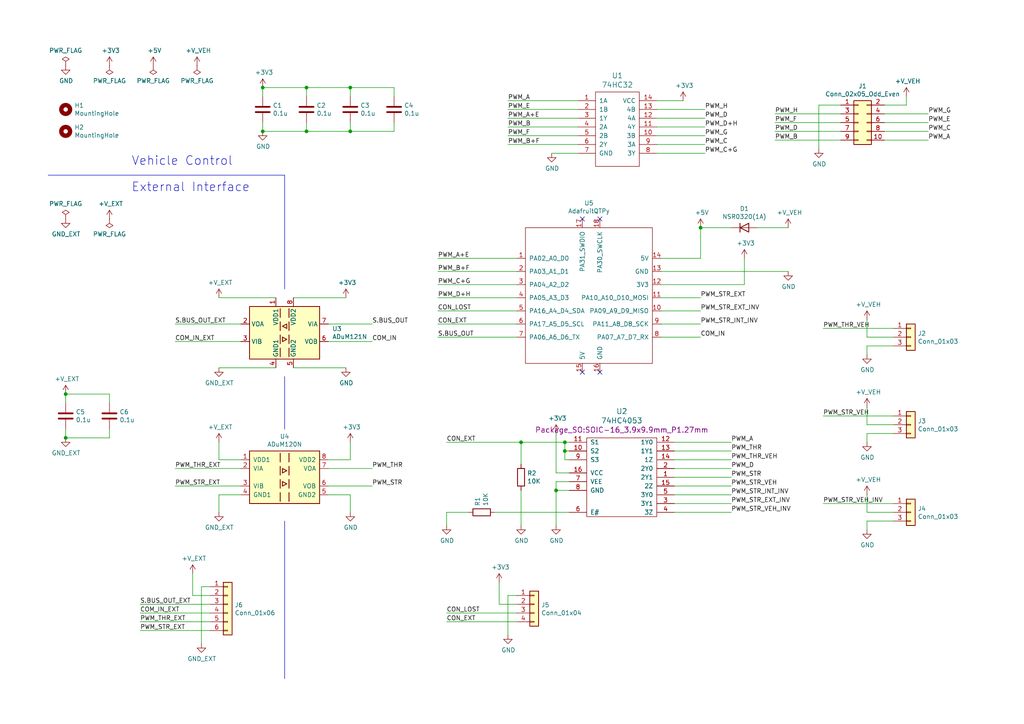
<source format=kicad_sch>
(kicad_sch (version 20230121) (generator eeschema)
  (paper "A4")
  (title_block (title "RC Interface for MR-8") (date "2021-09-30") (rev "1") (company "@tokuhira"))
  (lib_symbols
    (symbol "Connector_Generic:Conn_01x03" (pin_names (offset 1.016) hide)
      (property "Reference" "J" (at 0 5.08 0))
      (property "Value" "Conn_01x03" (at 0 -5.08 0))
      (symbol "Conn_01x03_1_1"
        (rectangle (start -1.27 -2.413) (end 0 -2.667) (stroke (width 0.1524)))
        (rectangle (start -1.27 0.127) (end 0 -0.127) (stroke (width 0.1524)))
        (rectangle (start -1.27 2.667) (end 0 2.413) (stroke (width 0.1524)))
        (rectangle (start -1.27 3.81) (end 1.27 -3.81) (stroke (width 0.254)) (fill (type background)))
        (pin passive line (at -5.08 2.54 0) (length 3.81) (name "Pin_1") (number "1"))
        (pin passive line (at -5.08 0 0) (length 3.81) (name "Pin_2") (number "2"))
        (pin passive line (at -5.08 -2.54 0) (length 3.81) (name "Pin_3") (number "3"))
      )
    )
    (symbol "Connector_Generic:Conn_01x04" (pin_names (offset 1.016) hide)
      (property "Reference" "J" (at 0 5.08 0))
      (property "Value" "Conn_01x04" (at 0 -7.62 0))
      (symbol "Conn_01x04_1_1"
        (rectangle (start -1.27 -4.953) (end 0 -5.207) (stroke (width 0.1524)))
        (rectangle (start -1.27 -2.413) (end 0 -2.667) (stroke (width 0.1524)))
        (rectangle (start -1.27 0.127) (end 0 -0.127) (stroke (width 0.1524)))
        (rectangle (start -1.27 2.667) (end 0 2.413) (stroke (width 0.1524)))
        (rectangle (start -1.27 3.81) (end 1.27 -6.35) (stroke (width 0.254)) (fill (type background)))
        (pin passive line (at -5.08 2.54 0) (length 3.81) (name "Pin_1") (number "1"))
        (pin passive line (at -5.08 0 0) (length 3.81) (name "Pin_2") (number "2"))
        (pin passive line (at -5.08 -2.54 0) (length 3.81) (name "Pin_3") (number "3"))
        (pin passive line (at -5.08 -5.08 0) (length 3.81) (name "Pin_4") (number "4"))
      )
    )
    (symbol "Connector_Generic:Conn_01x06" (pin_names (offset 1.016) hide)
      (property "Reference" "J" (at 0 7.62 0))
      (property "Value" "Conn_01x06" (at 0 -10.16 0))
      (symbol "Conn_01x06_1_1"
        (rectangle (start -1.27 -7.493) (end 0 -7.747) (stroke (width 0.1524)))
        (rectangle (start -1.27 -4.953) (end 0 -5.207) (stroke (width 0.1524)))
        (rectangle (start -1.27 -2.413) (end 0 -2.667) (stroke (width 0.1524)))
        (rectangle (start -1.27 0.127) (end 0 -0.127) (stroke (width 0.1524)))
        (rectangle (start -1.27 2.667) (end 0 2.413) (stroke (width 0.1524)))
        (rectangle (start -1.27 5.207) (end 0 4.953) (stroke (width 0.1524)))
        (rectangle (start -1.27 6.35) (end 1.27 -8.89) (stroke (width 0.254)) (fill (type background)))
        (pin passive line (at -5.08 5.08 0) (length 3.81) (name "Pin_1") (number "1"))
        (pin passive line (at -5.08 2.54 0) (length 3.81) (name "Pin_2") (number "2"))
        (pin passive line (at -5.08 0 0) (length 3.81) (name "Pin_3") (number "3"))
        (pin passive line (at -5.08 -2.54 0) (length 3.81) (name "Pin_4") (number "4"))
        (pin passive line (at -5.08 -5.08 0) (length 3.81) (name "Pin_5") (number "5"))
        (pin passive line (at -5.08 -7.62 0) (length 3.81) (name "Pin_6") (number "6"))
      )
    )
    (symbol "Connector_Generic:Conn_02x05_Odd_Even" (pin_names (offset 1.016) hide)
      (property "Reference" "J" (at 1.27 7.62 0))
      (property "Value" "Conn_02x05_Odd_Even" (at 1.27 -7.62 0))
      (symbol "Conn_02x05_Odd_Even_1_1"
        (rectangle (start -1.27 -4.953) (end 0 -5.207) (stroke (width 0.1524)))
        (rectangle (start -1.27 -2.413) (end 0 -2.667) (stroke (width 0.1524)))
        (rectangle (start -1.27 0.127) (end 0 -0.127) (stroke (width 0.1524)))
        (rectangle (start -1.27 2.667) (end 0 2.413) (stroke (width 0.1524)))
        (rectangle (start -1.27 5.207) (end 0 4.953) (stroke (width 0.1524)))
        (rectangle (start -1.27 6.35) (end 3.81 -6.35) (stroke (width 0.254)) (fill (type background)))
        (rectangle (start 3.81 -4.953) (end 2.54 -5.207) (stroke (width 0.1524)))
        (rectangle (start 3.81 -2.413) (end 2.54 -2.667) (stroke (width 0.1524)))
        (rectangle (start 3.81 0.127) (end 2.54 -0.127) (stroke (width 0.1524)))
        (rectangle (start 3.81 2.667) (end 2.54 2.413) (stroke (width 0.1524)))
        (rectangle (start 3.81 5.207) (end 2.54 4.953) (stroke (width 0.1524)))
        (pin passive line (at -5.08 5.08 0) (length 3.81) (name "Pin_1") (number "1"))
        (pin passive line (at 7.62 -5.08 180) (length 3.81) (name "Pin_10") (number "10"))
        (pin passive line (at 7.62 5.08 180) (length 3.81) (name "Pin_2") (number "2"))
        (pin passive line (at -5.08 2.54 0) (length 3.81) (name "Pin_3") (number "3"))
        (pin passive line (at 7.62 2.54 180) (length 3.81) (name "Pin_4") (number "4"))
        (pin passive line (at -5.08 0 0) (length 3.81) (name "Pin_5") (number "5"))
        (pin passive line (at 7.62 0 180) (length 3.81) (name "Pin_6") (number "6"))
        (pin passive line (at -5.08 -2.54 0) (length 3.81) (name "Pin_7") (number "7"))
        (pin passive line (at 7.62 -2.54 180) (length 3.81) (name "Pin_8") (number "8"))
        (pin passive line (at -5.08 -5.08 0) (length 3.81) (name "Pin_9") (number "9"))
      )
    )
    (symbol "Device:C" (pin_numbers hide) (pin_names (offset 0.254))
      (property "Reference" "C" (at 0.635 2.54 0))
      (property "Value" "C" (at 0.635 -2.54 0))
      (symbol "C_0_1"
        (polyline (pts (xy -2.032 -0.762) (xy 2.032 -0.762)) (stroke (width 0.508)))
        (polyline (pts (xy -2.032 0.762) (xy 2.032 0.762)) (stroke (width 0.508)))
      )
      (symbol "C_1_1"
        (pin passive line (at 0 3.81 270) (length 2.794) (name "~") (number "1"))
        (pin passive line (at 0 -3.81 90) (length 2.794) (name "~") (number "2"))
      )
    )
    (symbol "Device:D" (pin_numbers hide) (pin_names (offset 1.016) hide)
      (property "Reference" "D" (at 0 2.54 0))
      (property "Value" "D" (at 0 -2.54 0))
      (symbol "D_0_1"
        (polyline (pts (xy -1.27 1.27) (xy -1.27 -1.27)) (stroke (width 0.254)))
        (polyline (pts (xy 1.27 0) (xy -1.27 0)))
        (polyline (pts (xy 1.27 1.27) (xy 1.27 -1.27) (xy -1.27 0) (xy 1.27 1.27)) (stroke (width 0.254)))
      )
      (symbol "D_1_1"
        (pin passive line (at -3.81 0 0) (length 2.54) (name "K") (number "1"))
        (pin passive line (at 3.81 0 180) (length 2.54) (name "A") (number "2"))
      )
    )
    (symbol "Device:R" (pin_numbers hide) (pin_names (offset 0))
      (property "Reference" "R" (at 2.032 0 90))
      (property "Value" "R" (at 0 0 90))
      (symbol "R_0_1"
        (rectangle (start -1.016 -2.54) (end 1.016 2.54) (stroke (width 0.254)))
      )
      (symbol "R_1_1"
        (pin passive line (at 0 3.81 270) (length 1.27) (name "~") (number "1"))
        (pin passive line (at 0 -3.81 90) (length 1.27) (name "~") (number "2"))
      )
    )
    (symbol "Isolator:ADuM120N" (pin_names (offset 1.016))
      (property "Reference" "U" (at -10.16 8.89 0))
      (property "Value" "ADuM120N" (at -2.032 8.89 0))
      (symbol "ADuM120N_0_1"
        (rectangle (start -10.16 7.62) (end 10.16 -7.62) (stroke (width 0.254)) (fill (type background)))
        (polyline (pts (xy -1.27 -4.445) (xy -1.27 -6.985)) (stroke (width 0.254)))
        (polyline (pts (xy -1.27 -0.635) (xy -1.27 -3.175)) (stroke (width 0.254)))
        (polyline (pts (xy -1.27 3.175) (xy -1.27 0.635)) (stroke (width 0.254)))
        (polyline (pts (xy -1.27 6.985) (xy -1.27 4.445)) (stroke (width 0.254)))
        (polyline (pts (xy 1.27 -4.445) (xy 1.27 -6.985)) (stroke (width 0.254)))
        (polyline (pts (xy 1.27 -0.635) (xy 1.27 -3.175)) (stroke (width 0.254)))
        (polyline (pts (xy 1.27 3.175) (xy 1.27 0.635)) (stroke (width 0.254)))
        (polyline (pts (xy 1.27 6.985) (xy 1.27 4.445)) (stroke (width 0.254)))
        (polyline (pts (xy -0.635 -1.27) (xy -0.635 -2.54) (xy 0.635 -1.905) (xy -0.635 -1.27)) (stroke (width 0.254)))
        (polyline (pts (xy -0.635 1.27) (xy 0.635 1.905) (xy -0.635 2.54) (xy -0.635 1.27)) (stroke (width 0.254)))
      )
      (symbol "ADuM120N_1_1"
        (pin power_in line (at -12.7 5.08 0) (length 2.54) (name "VDD1") (number "1"))
        (pin input line (at -12.7 2.54 0) (length 2.54) (name "VIA") (number "2"))
        (pin input line (at -12.7 -2.54 0) (length 2.54) (name "VIB") (number "3"))
        (pin power_in line (at -12.7 -5.08 0) (length 2.54) (name "GND1") (number "4"))
        (pin power_in line (at 12.7 -5.08 180) (length 2.54) (name "GND2") (number "5"))
        (pin output line (at 12.7 -2.54 180) (length 2.54) (name "VOB") (number "6"))
        (pin output line (at 12.7 2.54 180) (length 2.54) (name "VOA") (number "7"))
        (pin power_in line (at 12.7 5.08 180) (length 2.54) (name "VDD2") (number "8"))
      )
    )
    (symbol "Isolator:ADuM121N"
      (property "Reference" "U" (at -10.16 8.89 0))
      (property "Value" "ADuM121N" (at 3.81 8.89 0))
      (symbol "ADuM121N_0_1"
        (rectangle (start -10.16 7.62) (end 10.16 -7.62) (stroke (width 0.254)) (fill (type background)))
        (polyline (pts (xy -1.27 -4.445) (xy -1.27 -6.985)) (stroke (width 0.254)))
        (polyline (pts (xy -1.27 -0.635) (xy -1.27 -3.175)) (stroke (width 0.254)))
        (polyline (pts (xy -1.27 3.175) (xy -1.27 0.635)) (stroke (width 0.254)))
        (polyline (pts (xy -1.27 6.985) (xy -1.27 4.445)) (stroke (width 0.254)))
        (polyline (pts (xy 1.27 -4.445) (xy 1.27 -6.985)) (stroke (width 0.254)))
        (polyline (pts (xy 1.27 -0.635) (xy 1.27 -3.175)) (stroke (width 0.254)))
        (polyline (pts (xy 1.27 3.175) (xy 1.27 0.635)) (stroke (width 0.254)))
        (polyline (pts (xy 1.27 6.985) (xy 1.27 4.445)) (stroke (width 0.254)))
        (polyline (pts (xy -0.635 -1.27) (xy -0.635 -2.54) (xy 0.635 -1.905) (xy -0.635 -1.27)) (stroke (width 0.254)))
        (polyline (pts (xy 0.635 1.27) (xy -0.635 1.905) (xy 0.635 2.54) (xy 0.635 1.27)) (stroke (width 0.254)))
      )
      (symbol "ADuM121N_1_1"
        (pin power_in line (at -2.54 10.16 270) (length 2.54) (name "VDD1") (number "1"))
        (pin output line (at -12.7 2.54 0) (length 2.54) (name "VOA") (number "2"))
        (pin input line (at -12.7 -2.54 0) (length 2.54) (name "VIB") (number "3"))
        (pin power_in line (at -2.54 -10.16 90) (length 2.54) (name "GND1") (number "4"))
        (pin power_in line (at 2.54 -10.16 90) (length 2.54) (name "GND2") (number "5"))
        (pin output line (at 12.7 -2.54 180) (length 2.54) (name "VOB") (number "6"))
        (pin input line (at 12.7 2.54 180) (length 2.54) (name "VIA") (number "7"))
        (pin power_in line (at 2.54 10.16 270) (length 2.54) (name "VDD2") (number "8"))
      )
    )
    (symbol "Mechanical:MountingHole" (pin_names (offset 1.016))
      (property "Reference" "H" (at 0 5.08 0))
      (property "Value" "MountingHole" (at 0 3.175 0))
      (symbol "MountingHole_0_1"
        (circle (center 0 0) (radius 1.27) (stroke (width 1.27)))
      )
    )
    (symbol "mr8-iso-mux-sbus-4ws:74HC32" (pin_names (offset 1.016))
      (property "Reference" "U" (at 0 5.08 0))
      (property "Value" "74HC32" (at 0 12.7 0))
      (symbol "74HC32_0_1"
        (rectangle (start -6.35 11.43) (end 6.35 -10.16))
      )
      (symbol "74HC32_1_1"
        (pin input line (at -11.43 8.89 0) (length 5.08) (name "1A") (number "1"))
        (pin input line (at 11.43 -1.27 180) (length 5.08) (name "3B") (number "10"))
        (pin output line (at 11.43 1.27 180) (length 5.08) (name "4Y") (number "11"))
        (pin input line (at 11.43 3.81 180) (length 5.08) (name "4A") (number "12"))
        (pin input line (at 11.43 6.35 180) (length 5.08) (name "4B") (number "13"))
        (pin power_in line (at 11.43 8.89 180) (length 5.08) (name "VCC") (number "14"))
        (pin input line (at -11.43 6.35 0) (length 5.08) (name "1B") (number "2"))
        (pin output line (at -11.43 3.81 0) (length 5.08) (name "1Y") (number "3"))
        (pin input line (at -11.43 1.27 0) (length 5.08) (name "2A") (number "4"))
        (pin input line (at -11.43 -1.27 0) (length 5.08) (name "2B") (number "5"))
        (pin output line (at -11.43 -3.81 0) (length 5.08) (name "2Y") (number "6"))
        (pin passive line (at -11.43 -6.35 0) (length 5.08) (name "GND") (number "7"))
        (pin output line (at 11.43 -6.35 180) (length 5.08) (name "3Y") (number "8"))
        (pin input line (at 11.43 -3.81 180) (length 5.08) (name "3A") (number "9"))
      )
    )
    (symbol "mr8-iso-mux-sbus-4ws:74HC4053" (pin_names (offset 1.016))
      (property "Reference" "U" (at -1.27 19.05 0))
      (property "Value" "74HC4053" (at -1.27 -13.97 0))
      (symbol "74HC4053_0_1"
        (rectangle (start -8.89 15.24) (end 11.43 -7.62))
      )
      (symbol "74HC4053_1_1"
        (pin bidirectional line (at 16.51 3.81 180) (length 5.08) (name "2Y1") (number "1"))
        (pin input line (at -13.97 11.43 0) (length 5.08) (name "S2") (number "10"))
        (pin input line (at -13.97 13.97 0) (length 5.08) (name "S1") (number "11"))
        (pin bidirectional line (at 16.51 13.97 180) (length 5.08) (name "1Y0") (number "12"))
        (pin bidirectional line (at 16.51 11.43 180) (length 5.08) (name "1Y1") (number "13"))
        (pin bidirectional line (at 16.51 8.89 180) (length 5.08) (name "1Z") (number "14"))
        (pin bidirectional line (at 16.51 1.27 180) (length 5.08) (name "2Z") (number "15"))
        (pin power_in line (at -13.97 5.08 0) (length 5.08) (name "VCC") (number "16"))
        (pin bidirectional line (at 16.51 6.35 180) (length 5.08) (name "2Y0") (number "2"))
        (pin bidirectional line (at 16.51 -3.81 180) (length 5.08) (name "3Y1") (number "3"))
        (pin bidirectional line (at 16.51 -6.35 180) (length 5.08) (name "3Z") (number "4"))
        (pin bidirectional line (at 16.51 -1.27 180) (length 5.08) (name "3Y0") (number "5"))
        (pin input line (at -13.97 -6.35 0) (length 5.08) (name "E#") (number "6"))
        (pin power_in line (at -13.97 2.54 0) (length 5.08) (name "VEE") (number "7"))
        (pin power_in line (at -13.97 0 0) (length 5.08) (name "GND") (number "8"))
        (pin input line (at -13.97 8.89 0) (length 5.08) (name "S3") (number "9"))
      )
    )
    (symbol "mr8-iso-mux-sbus-4ws:AdafruitQTPy" (pin_names (offset 1.016))
      (property "Reference" "U" (at -19.05 22.86 0))
      (property "Value" "AdafruitQTPy" (at -12.7 21.59 0))
      (symbol "AdafruitQTPy_0_1"
        (rectangle (start -19.05 20.32) (end 17.78 -19.05))
      )
      (symbol "AdafruitQTPy_1_1"
        (pin input line (at -21.59 11.43 0) (length 2.54) (name "PA02_A0_D0") (number "1"))
        (pin output line (at 20.32 -3.81 180) (length 2.54) (name "PA09_A9_D9_MISO") (number "10"))
        (pin input line (at 20.32 0 180) (length 2.54) (name "PA10_A10_D10_MOSI") (number "11"))
        (pin power_in line (at 20.32 3.81 180) (length 2.54) (name "3V3") (number "12"))
        (pin power_in line (at 20.32 7.62 180) (length 2.54) (name "GND") (number "13"))
        (pin power_in line (at 20.32 11.43 180) (length 2.54) (name "5V") (number "14"))
        (pin power_in line (at -2.54 -21.59 90) (length 2.54) (name "5V") (number "15"))
        (pin power_in line (at 2.54 -21.59 90) (length 2.54) (name "GND") (number "16"))
        (pin input line (at -2.54 22.86 270) (length 2.54) (name "PA31_SWDIO") (number "17"))
        (pin input line (at 2.54 22.86 270) (length 2.54) (name "PA30_SWCLK") (number "18"))
        (pin input line (at -21.59 7.62 0) (length 2.54) (name "PA03_A1_D1") (number "2"))
        (pin input line (at -21.59 3.81 0) (length 2.54) (name "PA04_A2_D2") (number "3"))
        (pin input line (at -21.59 0 0) (length 2.54) (name "PA05_A3_D3") (number "4"))
        (pin output line (at -21.59 -3.81 0) (length 2.54) (name "PA16_A4_D4_SDA") (number "5"))
        (pin output line (at -21.59 -7.62 0) (length 2.54) (name "PA17_A5_D5_SCL") (number "6"))
        (pin output line (at -21.59 -11.43 0) (length 2.54) (name "PA06_A6_D6_TX") (number "7"))
        (pin input line (at 20.32 -11.43 180) (length 2.54) (name "PA07_A7_D7_RX") (number "8"))
        (pin output line (at 20.32 -7.62 180) (length 2.54) (name "PA11_A8_D8_SCK") (number "9"))
      )
    )
    (symbol "mr8-iso-mux-sbus-4ws:GND_EXT" (power) (pin_names (offset 0))
      (property "Value" "GND_EXT" (at 0 -3.81 0))
      (symbol "GND_EXT_0_1"
        (polyline (pts (xy 0 0) (xy 0 -1.27) (xy 1.27 -1.27) (xy 0 -2.54) (xy -1.27 -1.27) (xy 0 -1.27)))
      )
      (symbol "GND_EXT_1_1"
        (pin power_in line (at 0 0 270) (length 0) hide (name "GND_EXT") (number "1"))
      )
    )
    (symbol "mr8-iso-mux-sbus-4ws:V_EXT" (power) (pin_names (offset 0))
      (property "Value" "V_EXT" (at 0 3.556 0))
      (symbol "V_EXT_0_1"
        (polyline (pts (xy -0.762 1.27) (xy 0 2.54)))
        (polyline (pts (xy 0 0) (xy 0 2.54)))
        (polyline (pts (xy 0 2.54) (xy 0.762 1.27)))
      )
      (symbol "V_EXT_1_1"
        (pin power_in line (at 0 0 90) (length 0) hide (name "+V_EXT") (number "1"))
      )
    )
    (symbol "mr8-iso-mux-sbus-4ws:V_VEH(+6V)" (power) (pin_names (offset 0))
      (property "Value" "V_VEH(+6V)" (at 0 3.556 0))
      (symbol "V_VEH(+6V)_0_1"
        (polyline (pts (xy -0.762 1.27) (xy 0 2.54)))
        (polyline (pts (xy 0 0) (xy 0 2.54)))
        (polyline (pts (xy 0 2.54) (xy 0.762 1.27)))
      )
      (symbol "V_VEH(+6V)_1_1"
        (pin power_in line (at 0 0 90) (length 0) hide (name "+V_VEH") (number "1"))
      )
    )
    (symbol "power:+3V3" (power) (pin_names (offset 0))
      (property "Value" "+3V3" (at 0 3.556 0))
      (symbol "+3V3_0_1"
        (polyline (pts (xy -0.762 1.27) (xy 0 2.54)))
        (polyline (pts (xy 0 0) (xy 0 2.54)))
        (polyline (pts (xy 0 2.54) (xy 0.762 1.27)))
      )
      (symbol "+3V3_1_1"
        (pin power_in line (at 0 0 90) (length 0) hide (name "+3V3") (number "1"))
      )
    )
    (symbol "power:+5V" (power) (pin_names (offset 0))
      (property "Value" "+5V" (at 0 3.556 0))
      (symbol "+5V_0_1"
        (polyline (pts (xy -0.762 1.27) (xy 0 2.54)))
        (polyline (pts (xy 0 0) (xy 0 2.54)))
        (polyline (pts (xy 0 2.54) (xy 0.762 1.27)))
      )
      (symbol "+5V_1_1"
        (pin power_in line (at 0 0 90) (length 0) hide (name "+5V") (number "1"))
      )
    )
    (symbol "power:GND" (power) (pin_names (offset 0))
      (property "Value" "GND" (at 0 -3.81 0))
      (symbol "GND_0_1"
        (polyline (pts (xy 0 0) (xy 0 -1.27) (xy 1.27 -1.27) (xy 0 -2.54) (xy -1.27 -1.27) (xy 0 -1.27)))
      )
      (symbol "GND_1_1"
        (pin power_in line (at 0 0 270) (length 0) hide (name "GND") (number "1"))
      )
    )
    (symbol "power:PWR_FLAG" (power) (pin_numbers hide) (pin_names (offset 0) hide)
      (property "Value" "PWR_FLAG" (at 0 3.81 0))
      (symbol "PWR_FLAG_0_0"
        (pin power_out line (at 0 0 90) (length 0) (name "pwr") (number "1"))
      )
      (symbol "PWR_FLAG_0_1"
        (polyline (pts (xy 0 0) (xy 0 1.27) (xy -1.016 1.905) (xy 0 2.54) (xy 1.016 1.905) (xy 0 1.27)))
      )
    )
  )
  (junction (at 76.2 38.1))
  (junction (at 163.83 130.81))
  (junction (at 88.9 25.4))
  (junction (at 101.6 38.1))
  (junction (at 88.9 38.1))
  (junction (at 203.2 66.04))
  (junction (at 76.2 25.4))
  (junction (at 151.13 128.27))
  (junction (at 19.05 127))
  (junction (at 101.6 25.4))
  (junction (at 161.29 142.24))
  (junction (at 19.05 114.3))
  (junction (at 163.83 128.27))
  (no_connect (at 168.91 63.5))
  (no_connect (at 168.91 107.95))
  (no_connect (at 173.99 63.5))
  (no_connect (at 173.99 107.95))
  (wire (pts (xy 228.6 66.04) (xy 219.71 66.04)))
  (wire (pts (xy 256.54 38.1) (xy 269.24 38.1)))
  (wire (pts (xy 212.09 66.04) (xy 203.2 66.04)))
  (wire (pts (xy 262.89 30.48) (xy 262.89 27.94)))
  (wire (pts (xy 127 93.98) (xy 149.86 93.98)))
  (wire (pts (xy 80.01 106.68) (xy 63.5 106.68)))
  (wire (pts (xy 147.32 31.75) (xy 167.64 31.75)))
  (wire (pts (xy 127 86.36) (xy 149.86 86.36)))
  (wire (pts (xy 63.5 133.35) (xy 69.85 133.35)))
  (wire (pts (xy 60.96 170.18) (xy 58.42 170.18)))
  (wire (pts (xy 31.75 116.84) (xy 31.75 114.3)))
  (wire (pts (xy 76.2 38.1) (xy 88.9 38.1)))
  (wire (pts (xy 80.01 86.36) (xy 63.5 86.36)))
  (wire (pts (xy 101.6 143.51) (xy 101.6 148.59)))
  (wire (pts (xy 198.12 29.21) (xy 190.5 29.21)))
  (wire (pts (xy 76.2 25.4) (xy 76.2 27.94)))
  (wire (pts (xy 259.08 120.65) (xy 238.76 120.65)))
  (wire (pts (xy 114.3 27.94) (xy 114.3 25.4)))
  (wire (pts (xy 147.32 172.72) (xy 147.32 184.15)))
  (wire (pts (xy 204.47 31.75) (xy 190.5 31.75)))
  (wire (pts (xy 88.9 35.56) (xy 88.9 38.1)))
  (wire (pts (xy 191.77 74.93) (xy 203.2 74.93)))
  (wire (pts (xy 204.47 34.29) (xy 190.5 34.29)))
  (wire (pts (xy 85.09 86.36) (xy 100.33 86.36)))
  (wire (pts (xy 251.46 151.13) (xy 251.46 153.67)))
  (wire (pts (xy 163.83 128.27) (xy 165.1 128.27)))
  (wire (pts (xy 63.5 143.51) (xy 63.5 148.59)))
  (wire (pts (xy 212.09 148.59) (xy 195.58 148.59)))
  (wire (pts (xy 259.08 151.13) (xy 251.46 151.13)))
  (wire (pts (xy 76.2 35.56) (xy 76.2 38.1)))
  (wire (pts (xy 88.9 25.4) (xy 101.6 25.4)))
  (wire (pts (xy 191.77 86.36) (xy 203.2 86.36)))
  (wire (pts (xy 251.46 148.59) (xy 251.46 143.51)))
  (wire (pts (xy 69.85 140.97) (xy 50.8 140.97)))
  (wire (pts (xy 50.8 99.06) (xy 69.85 99.06)))
  (wire (pts (xy 19.05 114.3) (xy 31.75 114.3)))
  (wire (pts (xy 163.83 130.81) (xy 163.83 128.27)))
  (wire (pts (xy 144.78 175.26) (xy 144.78 168.91)))
  (wire (pts (xy 127 74.93) (xy 149.86 74.93)))
  (wire (pts (xy 212.09 133.35) (xy 195.58 133.35)))
  (wire (pts (xy 165.1 142.24) (xy 161.29 142.24)))
  (wire (pts (xy 212.09 140.97) (xy 195.58 140.97)))
  (wire (pts (xy 147.32 29.21) (xy 167.64 29.21)))
  (wire (pts (xy 165.1 130.81) (xy 163.83 130.81)))
  (wire (pts (xy 101.6 133.35) (xy 101.6 128.27)))
  (wire (pts (xy 151.13 142.24) (xy 151.13 152.4)))
  (wire (pts (xy 212.09 130.81) (xy 195.58 130.81)))
  (wire (pts (xy 256.54 30.48) (xy 262.89 30.48)))
  (wire (pts (xy 107.95 99.06) (xy 95.25 99.06)))
  (wire (pts (xy 204.47 39.37) (xy 190.5 39.37)))
  (wire (pts (xy 195.58 146.05) (xy 212.09 146.05)))
  (wire (pts (xy 259.08 123.19) (xy 251.46 123.19)))
  (wire (pts (xy 251.46 100.33) (xy 251.46 102.87)))
  (wire (pts (xy 95.25 143.51) (xy 101.6 143.51)))
  (wire (pts (xy 101.6 38.1) (xy 114.3 38.1)))
  (wire (pts (xy 259.08 146.05) (xy 238.76 146.05)))
  (wire (pts (xy 212.09 128.27) (xy 195.58 128.27)))
  (wire (pts (xy 127 97.79) (xy 149.86 97.79)))
  (wire (pts (xy 251.46 97.79) (xy 251.46 92.71)))
  (polyline (pts (xy 82.55 109.22) (xy 82.55 124.46)))
  (wire (pts (xy 69.85 143.51) (xy 63.5 143.51)))
  (wire (pts (xy 76.2 25.4) (xy 88.9 25.4)))
  (polyline (pts (xy 82.55 151.13) (xy 82.55 196.85)))
  (wire (pts (xy 107.95 135.89) (xy 95.25 135.89)))
  (wire (pts (xy 256.54 33.02) (xy 269.24 33.02)))
  (wire (pts (xy 50.8 93.98) (xy 69.85 93.98)))
  (wire (pts (xy 147.32 39.37) (xy 167.64 39.37)))
  (wire (pts (xy 88.9 38.1) (xy 101.6 38.1)))
  (wire (pts (xy 243.84 38.1) (xy 224.79 38.1)))
  (wire (pts (xy 259.08 97.79) (xy 251.46 97.79)))
  (wire (pts (xy 101.6 35.56) (xy 101.6 38.1)))
  (wire (pts (xy 191.77 90.17) (xy 203.2 90.17)))
  (wire (pts (xy 259.08 148.59) (xy 251.46 148.59)))
  (wire (pts (xy 31.75 124.46) (xy 31.75 127)))
  (wire (pts (xy 60.96 172.72) (xy 55.88 172.72)))
  (wire (pts (xy 19.05 114.3) (xy 19.05 116.84)))
  (wire (pts (xy 135.89 148.59) (xy 129.54 148.59)))
  (wire (pts (xy 101.6 25.4) (xy 114.3 25.4)))
  (wire (pts (xy 251.46 123.19) (xy 251.46 118.11)))
  (wire (pts (xy 215.9 82.55) (xy 215.9 74.93)))
  (wire (pts (xy 259.08 125.73) (xy 251.46 125.73)))
  (wire (pts (xy 149.86 175.26) (xy 144.78 175.26)))
  (wire (pts (xy 243.84 40.64) (xy 224.79 40.64)))
  (wire (pts (xy 95.25 133.35) (xy 101.6 133.35)))
  (wire (pts (xy 85.09 106.68) (xy 100.33 106.68)))
  (wire (pts (xy 256.54 35.56) (xy 269.24 35.56)))
  (wire (pts (xy 191.77 97.79) (xy 203.2 97.79)))
  (wire (pts (xy 129.54 128.27) (xy 151.13 128.27)))
  (wire (pts (xy 203.2 74.93) (xy 203.2 66.04)))
  (wire (pts (xy 243.84 33.02) (xy 224.79 33.02)))
  (wire (pts (xy 204.47 41.91) (xy 190.5 41.91)))
  (wire (pts (xy 60.96 182.88) (xy 40.64 182.88)))
  (wire (pts (xy 165.1 133.35) (xy 163.83 133.35)))
  (wire (pts (xy 114.3 35.56) (xy 114.3 38.1)))
  (wire (pts (xy 165.1 148.59) (xy 143.51 148.59)))
  (wire (pts (xy 212.09 135.89) (xy 195.58 135.89)))
  (wire (pts (xy 151.13 128.27) (xy 163.83 128.27)))
  (wire (pts (xy 127 78.74) (xy 149.86 78.74)))
  (wire (pts (xy 147.32 41.91) (xy 167.64 41.91)))
  (wire (pts (xy 88.9 27.94) (xy 88.9 25.4)))
  (wire (pts (xy 204.47 44.45) (xy 190.5 44.45)))
  (polyline (pts (xy 82.55 50.8) (xy 82.55 83.82)))
  (wire (pts (xy 40.64 177.8) (xy 60.96 177.8)))
  (wire (pts (xy 165.1 137.16) (xy 161.29 137.16)))
  (wire (pts (xy 19.05 124.46) (xy 19.05 127)))
  (wire (pts (xy 161.29 139.7) (xy 161.29 142.24)))
  (wire (pts (xy 58.42 170.18) (xy 58.42 186.69)))
  (wire (pts (xy 107.95 140.97) (xy 95.25 140.97)))
  (wire (pts (xy 191.77 82.55) (xy 215.9 82.55)))
  (wire (pts (xy 161.29 142.24) (xy 161.29 152.4)))
  (wire (pts (xy 161.29 137.16) (xy 161.29 125.73)))
  (wire (pts (xy 228.6 78.74) (xy 191.77 78.74)))
  (wire (pts (xy 191.77 93.98) (xy 203.2 93.98)))
  (wire (pts (xy 19.05 127) (xy 31.75 127)))
  (wire (pts (xy 147.32 36.83) (xy 167.64 36.83)))
  (wire (pts (xy 129.54 177.8) (xy 149.86 177.8)))
  (polyline (pts (xy 13.97 50.8) (xy 82.55 50.8)))
  (wire (pts (xy 127 82.55) (xy 149.86 82.55)))
  (wire (pts (xy 127 90.17) (xy 149.86 90.17)))
  (wire (pts (xy 195.58 138.43) (xy 212.09 138.43)))
  (wire (pts (xy 163.83 133.35) (xy 163.83 130.81)))
  (wire (pts (xy 107.95 93.98) (xy 95.25 93.98)))
  (wire (pts (xy 129.54 148.59) (xy 129.54 152.4)))
  (wire (pts (xy 256.54 40.64) (xy 269.24 40.64)))
  (wire (pts (xy 165.1 139.7) (xy 161.29 139.7)))
  (wire (pts (xy 129.54 180.34) (xy 149.86 180.34)))
  (wire (pts (xy 259.08 95.25) (xy 238.76 95.25)))
  (wire (pts (xy 55.88 172.72) (xy 55.88 166.37)))
  (wire (pts (xy 63.5 128.27) (xy 63.5 133.35)))
  (wire (pts (xy 60.96 180.34) (xy 40.64 180.34)))
  (wire (pts (xy 40.64 175.26) (xy 60.96 175.26)))
  (wire (pts (xy 149.86 172.72) (xy 147.32 172.72)))
  (wire (pts (xy 243.84 30.48) (xy 237.49 30.48)))
  (wire (pts (xy 160.02 44.45) (xy 167.64 44.45)))
  (wire (pts (xy 224.79 35.56) (xy 243.84 35.56)))
  (wire (pts (xy 251.46 125.73) (xy 251.46 128.27)))
  (wire (pts (xy 69.85 135.89) (xy 50.8 135.89)))
  (wire (pts (xy 151.13 134.62) (xy 151.13 128.27)))
  (wire (pts (xy 147.32 34.29) (xy 167.64 34.29)))
  (wire (pts (xy 101.6 27.94) (xy 101.6 25.4)))
  (wire (pts (xy 237.49 30.48) (xy 237.49 43.18)))
  (wire (pts (xy 195.58 143.51) (xy 212.09 143.51)))
  (wire (pts (xy 204.47 36.83) (xy 190.5 36.83)))
  (wire (pts (xy 259.08 100.33) (xy 251.46 100.33)))
  (text "Vehicle Control" (at 38.1 48.26 0) (effects (font (size 2.54 2.54)) (justify left bottom)))
  (text "External Interface" (at 38.1 55.88 0) (effects (font (size 2.54 2.54)) (justify left bottom)))
  (label "COM_IN_EXT" (at 40.64 177.8 0))
  (label "S.BUS_OUT_EXT" (at 50.8 93.98 0))
  (label "PWM_STR_VEH" (at 238.76 120.65 0))
  (label "CON_EXT" (at 129.54 128.27 0))
  (label "PWM_H" (at 224.79 33.02 0))
  (label "PWM_D+H" (at 204.47 36.83 0))
  (label "PWM_D" (at 212.09 135.89 0))
  (label "PWM_D" (at 224.79 38.1 0))
  (label "PWM_G" (at 269.24 33.02 0))
  (label "PWM_STR_VEH_INV" (at 212.09 148.59 0))
  (label "PWM_E" (at 269.24 35.56 0))
  (label "PWM_STR_INT_INV" (at 212.09 143.51 0))
  (label "PWM_STR_EXT_INV" (at 212.09 146.05 0))
  (label "PWM_D" (at 204.47 34.29 0))
  (label "PWM_STR_EXT" (at 40.64 182.88 0))
  (label "PWM_STR_VEH_INV" (at 238.76 146.05 0))
  (label "PWM_C" (at 204.47 41.91 0))
  (label "PWM_STR_EXT" (at 50.8 140.97 0))
  (label "PWM_B+F" (at 127 78.74 0))
  (label "PWM_STR_INT_INV" (at 203.2 93.98 0))
  (label "CON_LOST" (at 129.54 177.8 0))
  (label "PWM_G" (at 204.47 39.37 0))
  (label "PWM_STR_EXT_INV" (at 203.2 90.17 0))
  (label "PWM_C+G" (at 127 82.55 0))
  (label "COM_IN" (at 107.95 99.06 0))
  (label "PWM_STR" (at 212.09 138.43 0))
  (label "PWM_THR" (at 107.95 135.89 0))
  (label "PWM_A" (at 212.09 128.27 0))
  (label "PWM_A" (at 147.32 29.21 0))
  (label "PWM_C+G" (at 204.47 44.45 0))
  (label "PWM_THR_VEH" (at 212.09 133.35 0))
  (label "S.BUS_OUT" (at 107.95 93.98 0))
  (label "PWM_STR" (at 107.95 140.97 0))
  (label "S.BUS_OUT_EXT" (at 40.64 175.26 0))
  (label "PWM_A" (at 269.24 40.64 0))
  (label "PWM_THR_EXT" (at 50.8 135.89 0))
  (label "PWM_F" (at 147.32 39.37 0))
  (label "PWM_A+E" (at 127 74.93 0))
  (label "PWM_THR" (at 212.09 130.81 0))
  (label "COM_IN_EXT" (at 50.8 99.06 0))
  (label "CON_EXT" (at 127 93.98 0))
  (label "PWM_THR_VEH" (at 238.76 95.25 0))
  (label "PWM_C" (at 269.24 38.1 0))
  (label "PWM_D+H" (at 127 86.36 0))
  (label "PWM_H" (at 204.47 31.75 0))
  (label "COM_IN" (at 203.2 97.79 0))
  (label "PWM_B" (at 224.79 40.64 0))
  (label "PWM_E" (at 147.32 31.75 0))
  (label "PWM_B" (at 147.32 36.83 0))
  (label "PWM_STR_VEH" (at 212.09 140.97 0))
  (label "PWM_F" (at 224.79 35.56 0))
  (label "PWM_B+F" (at 147.32 41.91 0))
  (label "PWM_A+E" (at 147.32 34.29 0))
  (label "PWM_THR_EXT" (at 40.64 180.34 0))
  (label "CON_EXT" (at 129.54 180.34 0))
  (label "S.BUS_OUT" (at 127 97.79 0))
  (label "CON_LOST" (at 127 90.17 0))
  (label "PWM_STR_EXT" (at 203.2 86.36 0))
  (symbol (lib_id "mr8-iso-mux-sbus-4ws:AdafruitQTPy") (at 171.45 86.36 0) (unit 1)
    (property "Reference" "U5" (at 170.815 58.9026 0))
    (property "Value" "AdafruitQTPy" (at 170.815 61.214 0))
    (property "Footprint" "mr8-iso-mux-sbus-4ws:AdafruitQTPy-MOUDLE14P-2.54-21X17.8MM" (effects hide))
  )
  (symbol (lib_id "power:+3V3") (at 215.9 74.93 0) (unit 1)
    (property "Reference" "#PWR09" (effects hide))
    (property "Value" "+3V3" (at 216.281 70.5358 0))
  )
  (symbol (lib_id "power:GND") (at 19.05 19.05 0) (unit 1)
    (property "Reference" "#PWR01" (effects hide))
    (property "Value" "GND" (at 19.177 23.4442 0))
  )
  (symbol (lib_id "mr8-iso-mux-sbus-4ws:GND_EXT") (at 19.05 63.5 0) (unit 1)
    (property "Reference" "#PWR02" (effects hide))
    (property "Value" "GND_EXT" (at 19.177 67.8942 0))
  )
  (symbol (lib_id "mr8-iso-mux-sbus-4ws:V_EXT") (at 31.75 63.5 0) (unit 1)
    (property "Reference" "#PWR04" (effects hide))
    (property "Value" "V_EXT" (at 32.131 59.1058 0))
  )
  (symbol (lib_id "power:PWR_FLAG") (at 19.05 19.05 0) (unit 1)
    (property "Reference" "#FLG01" (effects hide))
    (property "Value" "PWR_FLAG" (at 19.05 14.6558 0))
  )
  (symbol (lib_id "power:PWR_FLAG") (at 31.75 19.05 180) (unit 1)
    (property "Reference" "#FLG03" (effects hide))
    (property "Value" "PWR_FLAG" (at 31.75 23.4442 0))
  )
  (symbol (lib_id "power:PWR_FLAG") (at 44.45 19.05 180) (unit 1)
    (property "Reference" "#FLG05" (effects hide))
    (property "Value" "PWR_FLAG" (at 44.45 23.4442 0))
  )
  (symbol (lib_id "power:PWR_FLAG") (at 57.15 19.05 180) (unit 1)
    (property "Reference" "#FLG06" (effects hide))
    (property "Value" "PWR_FLAG" (at 57.15 23.4442 0))
  )
  (symbol (lib_id "power:PWR_FLAG") (at 31.75 63.5 180) (unit 1)
    (property "Reference" "#FLG04" (effects hide))
    (property "Value" "PWR_FLAG" (at 31.75 67.8942 0))
  )
  (symbol (lib_id "power:PWR_FLAG") (at 19.05 63.5 0) (unit 1)
    (property "Reference" "#FLG02" (effects hide))
    (property "Value" "PWR_FLAG" (at 19.05 59.1058 0))
  )
  (symbol (lib_id "power:GND") (at 228.6 78.74 0) (unit 1)
    (property "Reference" "#PWR011" (effects hide))
    (property "Value" "GND" (at 228.727 83.1342 0))
  )
  (symbol (lib_id "power:+5V") (at 203.2 66.04 0) (unit 1)
    (property "Reference" "#PWR07" (effects hide))
    (property "Value" "+5V" (at 203.581 61.6458 0))
  )
  (symbol (lib_id "mr8-iso-mux-sbus-4ws:V_VEH(+6V)") (at 228.6 66.04 0) (unit 1)
    (property "Reference" "#PWR010" (effects hide))
    (property "Value" "V_VEH(+6V)" (at 228.981 61.6458 0))
  )
  (symbol (lib_id "Device:D") (at 215.9 66.04 0) (unit 1)
    (property "Reference" "D1" (at 215.9 60.5282 0))
    (property "Value" "NSR0320(1A)" (at 215.9 62.8396 0))
    (property "Footprint" "Diode_SMD:D_SOD-323_HandSoldering" (effects hide))
  )
  (symbol (lib_id "mr8-iso-mux-sbus-4ws:V_VEH(+6V)") (at 57.15 19.05 0) (unit 1)
    (property "Reference" "#PWR0101" (effects hide))
    (property "Value" "V_VEH(+6V)" (at 57.531 14.6558 0))
  )
  (symbol (lib_id "power:+3V3") (at 31.75 19.05 0) (unit 1)
    (property "Reference" "#PWR0102" (effects hide))
    (property "Value" "+3V3" (at 32.131 14.6558 0))
  )
  (symbol (lib_id "power:+5V") (at 44.45 19.05 0) (unit 1)
    (property "Reference" "#PWR0103" (effects hide))
    (property "Value" "+5V" (at 44.831 14.6558 0))
  )
  (symbol (lib_id "Connector_Generic:Conn_01x03") (at 264.16 97.79 0) (unit 1)
    (property "Reference" "J2" (at 266.192 96.7232 0) (effects (justify left)))
    (property "Value" "Conn_01x03" (at 266.192 99.0346 0) (effects (justify left)))
    (property "Footprint" "Connector_PinHeader_2.54mm:PinHeader_1x03_P2.54mm_Vertical" (effects hide))
  )
  (symbol (lib_id "power:GND") (at 251.46 102.87 0) (unit 1)
    (property "Reference" "#PWR019" (effects hide))
    (property "Value" "GND" (at 251.587 107.2642 0))
  )
  (symbol (lib_id "mr8-iso-mux-sbus-4ws:V_VEH(+6V)") (at 251.46 92.71 0) (unit 1)
    (property "Reference" "#PWR018" (effects hide))
    (property "Value" "V_VEH(+6V)" (at 251.841 88.3158 0))
  )
  (symbol (lib_id "Connector_Generic:Conn_01x03") (at 264.16 123.19 0) (unit 1)
    (property "Reference" "J3" (at 266.192 122.1232 0) (effects (justify left)))
    (property "Value" "Conn_01x03" (at 266.192 124.4346 0) (effects (justify left)))
    (property "Footprint" "Connector_PinHeader_2.54mm:PinHeader_1x03_P2.54mm_Vertical" (effects hide))
  )
  (symbol (lib_id "power:GND") (at 251.46 128.27 0) (unit 1)
    (property "Reference" "#PWR021" (effects hide))
    (property "Value" "GND" (at 251.587 132.6642 0))
  )
  (symbol (lib_id "mr8-iso-mux-sbus-4ws:V_VEH(+6V)") (at 251.46 118.11 0) (unit 1)
    (property "Reference" "#PWR020" (effects hide))
    (property "Value" "V_VEH(+6V)" (at 251.841 113.7158 0))
  )
  (symbol (lib_id "Connector_Generic:Conn_01x03") (at 264.16 148.59 0) (unit 1)
    (property "Reference" "J4" (at 266.192 147.5232 0) (effects (justify left)))
    (property "Value" "Conn_01x03" (at 266.192 149.8346 0) (effects (justify left)))
    (property "Footprint" "Connector_PinHeader_2.54mm:PinHeader_1x03_P2.54mm_Vertical" (effects hide))
  )
  (symbol (lib_id "power:GND") (at 251.46 153.67 0) (unit 1)
    (property "Reference" "#PWR023" (effects hide))
    (property "Value" "GND" (at 251.587 158.0642 0))
  )
  (symbol (lib_id "mr8-iso-mux-sbus-4ws:V_VEH(+6V)") (at 251.46 143.51 0) (unit 1)
    (property "Reference" "#PWR022" (effects hide))
    (property "Value" "V_VEH(+6V)" (at 251.841 139.1158 0))
  )
  (symbol (lib_id "mr8-iso-mux-sbus-4ws:74HC32") (at 179.07 38.1 0) (unit 1)
    (property "Reference" "U1" (at 179.07 21.9202 0) (effects (font (size 1.524 1.524))))
    (property "Value" "74HC32" (at 179.07 24.6126 0) (effects (font (size 1.524 1.524))))
    (property "Footprint" "Package_SO:SOIC-14_3.9x8.7mm_P1.27mm" (effects hide))
  )
  (symbol (lib_id "power:GND") (at 160.02 44.45 0) (unit 1)
    (property "Reference" "#PWR03" (effects hide))
    (property "Value" "GND" (at 160.147 48.8442 0))
  )
  (symbol (lib_id "power:+3V3") (at 198.12 29.21 0) (unit 1)
    (property "Reference" "#PWR05" (effects hide))
    (property "Value" "+3V3" (at 198.501 24.8158 0))
  )
  (symbol (lib_id "mr8-iso-mux-sbus-4ws:74HC4053") (at 179.07 142.24 0) (unit 1)
    (property "Reference" "U2" (at 180.34 119.3038 0) (effects (font (size 1.524 1.524))))
    (property "Value" "74HC4053" (at 180.34 121.9962 0) (effects (font (size 1.524 1.524))))
    (property "Footprint" "Package_SO:SOIC-16_3.9x9.9mm_P1.27mm" (at 180.34 124.6886 0) (effects (font (size 1.524 1.524))))
  )
  (symbol (lib_id "power:GND") (at 161.29 152.4 0) (unit 1)
    (property "Reference" "#PWR014" (effects hide))
    (property "Value" "GND" (at 161.417 156.7942 0))
  )
  (symbol (lib_id "power:+3V3") (at 161.29 125.73 0) (unit 1)
    (property "Reference" "#PWR013" (effects hide))
    (property "Value" "+3V3" (at 161.671 121.3358 0))
  )
  (symbol (lib_id "Isolator:ADuM120N") (at 82.55 138.43 0) (unit 1)
    (property "Reference" "U4" (at 82.55 126.5682 0))
    (property "Value" "ADuM120N" (at 82.55 128.8796 0))
    (property "Footprint" "Package_SO:SOIC-8_3.9x4.9mm_P1.27mm" (effects hide))
    (property "Datasheet" "https://www.analog.com/media/en/technical-documentation/data-sheets/ADuM120N_121N.pdf" (effects hide))
  )
  (symbol (lib_id "Isolator:ADuM121N") (at 82.55 96.52 0) (unit 1)
    (property "Reference" "U3" (at 96.3676 95.3516 0) (effects (justify left)))
    (property "Value" "ADuM121N" (at 96.3676 97.663 0) (effects (justify left)))
    (property "Footprint" "Package_SO:SOIC-8_3.9x4.9mm_P1.27mm" (effects hide))
    (property "Datasheet" "https://www.analog.com/media/en/technical-documentation/data-sheets/ADuM120N_121N.pdf" (effects hide))
  )
  (symbol (lib_id "power:+3V3") (at 100.33 86.36 0) (unit 1)
    (property "Reference" "#PWR024" (effects hide))
    (property "Value" "+3V3" (at 100.711 81.9658 0))
  )
  (symbol (lib_id "power:+3V3") (at 101.6 128.27 0) (unit 1)
    (property "Reference" "#PWR026" (effects hide))
    (property "Value" "+3V3" (at 101.981 123.8758 0))
  )
  (symbol (lib_id "Device:R") (at 151.13 138.43 0) (unit 1)
    (property "Reference" "R2" (at 152.908 137.2616 0) (effects (justify left)))
    (property "Value" "10K" (at 152.908 139.573 0) (effects (justify left)))
    (property "Footprint" "Resistor_SMD:R_0603_1608Metric_Pad0.98x0.95mm_HandSolder" (effects hide))
  )
  (symbol (lib_id "Device:R") (at 139.7 148.59 90) (unit 1)
    (property "Reference" "R1" (at 138.5316 146.812 0) (effects (justify left)))
    (property "Value" "10K" (at 140.843 146.812 0) (effects (justify left)))
    (property "Footprint" "Resistor_SMD:R_0603_1608Metric_Pad0.98x0.95mm_HandSolder" (effects hide))
  )
  (symbol (lib_id "power:GND") (at 151.13 152.4 0) (unit 1)
    (property "Reference" "#PWR012" (effects hide))
    (property "Value" "GND" (at 151.257 156.7942 0))
  )
  (symbol (lib_id "power:GND") (at 100.33 106.68 0) (unit 1)
    (property "Reference" "#PWR025" (effects hide))
    (property "Value" "GND" (at 100.457 111.0742 0))
  )
  (symbol (lib_id "power:GND") (at 101.6 148.59 0) (unit 1)
    (property "Reference" "#PWR027" (effects hide))
    (property "Value" "GND" (at 101.727 152.9842 0))
  )
  (symbol (lib_id "mr8-iso-mux-sbus-4ws:V_EXT") (at 63.5 86.36 0) (unit 1)
    (property "Reference" "#PWR028" (effects hide))
    (property "Value" "V_EXT" (at 63.881 81.9658 0))
  )
  (symbol (lib_id "mr8-iso-mux-sbus-4ws:V_EXT") (at 63.5 128.27 0) (unit 1)
    (property "Reference" "#PWR030" (effects hide))
    (property "Value" "V_EXT" (at 63.881 123.8758 0))
  )
  (symbol (lib_id "mr8-iso-mux-sbus-4ws:GND_EXT") (at 63.5 106.68 0) (unit 1)
    (property "Reference" "#PWR029" (effects hide))
    (property "Value" "GND_EXT" (at 63.627 111.0742 0))
  )
  (symbol (lib_id "mr8-iso-mux-sbus-4ws:GND_EXT") (at 63.5 148.59 0) (unit 1)
    (property "Reference" "#PWR031" (effects hide))
    (property "Value" "GND_EXT" (at 63.627 152.9842 0))
  )
  (symbol (lib_id "power:GND") (at 129.54 152.4 0) (unit 1)
    (property "Reference" "#PWR0106" (effects hide))
    (property "Value" "GND" (at 129.667 156.7942 0))
  )
  (symbol (lib_id "power:+3V3") (at 76.2 25.4 0) (unit 1)
    (property "Reference" "#PWR08" (effects hide))
    (property "Value" "+3V3" (at 76.581 21.0058 0))
  )
  (symbol (lib_id "power:GND") (at 76.2 38.1 0) (unit 1)
    (property "Reference" "#PWR015" (effects hide))
    (property "Value" "GND" (at 76.327 42.4942 0))
  )
  (symbol (lib_id "Device:C") (at 76.2 31.75 0) (unit 1)
    (property "Reference" "C1" (at 79.121 30.5816 0) (effects (justify left)))
    (property "Value" "0.1u" (at 79.121 32.893 0) (effects (justify left)))
    (property "Footprint" "Capacitor_SMD:C_0603_1608Metric_Pad1.08x0.95mm_HandSolder" (effects hide))
  )
  (symbol (lib_id "Device:C") (at 88.9 31.75 0) (unit 1)
    (property "Reference" "C2" (at 91.821 30.5816 0) (effects (justify left)))
    (property "Value" "0.1u" (at 91.821 32.893 0) (effects (justify left)))
    (property "Footprint" "Capacitor_SMD:C_0603_1608Metric_Pad1.08x0.95mm_HandSolder" (effects hide))
  )
  (symbol (lib_id "Device:C") (at 101.6 31.75 0) (unit 1)
    (property "Reference" "C3" (at 104.521 30.5816 0) (effects (justify left)))
    (property "Value" "0.1u" (at 104.521 32.893 0) (effects (justify left)))
    (property "Footprint" "Capacitor_SMD:C_0603_1608Metric_Pad1.08x0.95mm_HandSolder" (effects hide))
  )
  (symbol (lib_id "Device:C") (at 114.3 31.75 0) (unit 1)
    (property "Reference" "C4" (at 117.221 30.5816 0) (effects (justify left)))
    (property "Value" "0.1u" (at 117.221 32.893 0) (effects (justify left)))
    (property "Footprint" "Capacitor_SMD:C_0603_1608Metric_Pad1.08x0.95mm_HandSolder" (effects hide))
  )
  (symbol (lib_id "Connector_Generic:Conn_02x05_Odd_Even") (at 248.92 35.56 0) (unit 1)
    (property "Reference" "J1" (at 250.19 24.9682 0))
    (property "Value" "Conn_02x05_Odd_Even" (at 250.19 27.2796 0))
    (property "Footprint" "Connector_PinHeader_2.54mm:PinHeader_1x10_P2.54mm_Vertical" (effects hide))
  )
  (symbol (lib_id "mr8-iso-mux-sbus-4ws:GND_EXT") (at 58.42 186.69 0) (unit 1)
    (property "Reference" "#PWR033" (effects hide))
    (property "Value" "GND_EXT" (at 58.547 191.0842 0))
  )
  (symbol (lib_id "mr8-iso-mux-sbus-4ws:V_VEH(+6V)") (at 262.89 27.94 0) (unit 1)
    (property "Reference" "#PWR016" (effects hide))
    (property "Value" "V_VEH(+6V)" (at 263.271 23.5458 0))
  )
  (symbol (lib_id "power:GND") (at 237.49 43.18 0) (unit 1)
    (property "Reference" "#PWR017" (effects hide))
    (property "Value" "GND" (at 237.617 47.5742 0))
  )
  (symbol (lib_id "mr8-iso-mux-sbus-4ws:V_EXT") (at 55.88 166.37 0) (unit 1)
    (property "Reference" "#PWR032" (effects hide))
    (property "Value" "V_EXT" (at 56.261 161.9758 0))
  )
  (symbol (lib_id "Connector_Generic:Conn_01x06") (at 66.04 175.26 0) (unit 1)
    (property "Reference" "J6" (at 68.072 175.4632 0) (effects (justify left)))
    (property "Value" "Conn_01x06" (at 68.072 177.7746 0) (effects (justify left)))
    (property "Footprint" "Connector_PinHeader_2.54mm:PinHeader_1x06_P2.54mm_Vertical" (effects hide))
  )
  (symbol (lib_id "Connector_Generic:Conn_01x04") (at 154.94 175.26 0) (unit 1)
    (property "Reference" "J5" (at 156.972 175.4632 0) (effects (justify left)))
    (property "Value" "Conn_01x04" (at 156.972 177.7746 0) (effects (justify left)))
    (property "Footprint" "Connector_PinHeader_2.54mm:PinHeader_1x04_P2.54mm_Vertical" (effects hide))
  )
  (symbol (lib_id "power:GND") (at 147.32 184.15 0) (unit 1)
    (property "Reference" "#PWR0104" (effects hide))
    (property "Value" "GND" (at 147.447 188.5442 0))
  )
  (symbol (lib_id "power:+3V3") (at 144.78 168.91 0) (unit 1)
    (property "Reference" "#PWR0105" (effects hide))
    (property "Value" "+3V3" (at 145.161 164.5158 0))
  )
  (symbol (lib_id "Device:C") (at 19.05 120.65 0) (unit 1)
    (property "Reference" "C5" (at 21.971 119.4816 0) (effects (justify left)))
    (property "Value" "0.1u" (at 21.971 121.793 0) (effects (justify left)))
    (property "Footprint" "Capacitor_SMD:C_0603_1608Metric_Pad1.08x0.95mm_HandSolder" (effects hide))
  )
  (symbol (lib_id "Device:C") (at 31.75 120.65 0) (unit 1)
    (property "Reference" "C6" (at 34.671 119.4816 0) (effects (justify left)))
    (property "Value" "0.1u" (at 34.671 121.793 0) (effects (justify left)))
    (property "Footprint" "Capacitor_SMD:C_0603_1608Metric_Pad1.08x0.95mm_HandSolder" (effects hide))
  )
  (symbol (lib_id "mr8-iso-mux-sbus-4ws:V_EXT") (at 19.05 114.3 0) (unit 1)
    (property "Reference" "#PWR034" (effects hide))
    (property "Value" "V_EXT" (at 19.431 109.9058 0))
  )
  (symbol (lib_id "mr8-iso-mux-sbus-4ws:GND_EXT") (at 19.05 127 0) (unit 1)
    (property "Reference" "#PWR035" (effects hide))
    (property "Value" "GND_EXT" (at 19.177 131.3942 0))
  )
  (symbol (lib_id "Mechanical:MountingHole") (at 19.05 31.75 0) (unit 1)
    (property "Reference" "H1" (at 21.59 30.5816 0) (effects (justify left)))
    (property "Value" "MountingHole" (at 21.59 32.893 0) (effects (justify left)))
    (property "Footprint" "MountingHole:MountingHole_2.2mm_M2" (effects hide))
  )
  (symbol (lib_id "Mechanical:MountingHole") (at 19.05 38.1 0) (unit 1)
    (property "Reference" "H2" (at 21.59 36.9316 0) (effects (justify left)))
    (property "Value" "MountingHole" (at 21.59 39.243 0) (effects (justify left)))
    (property "Footprint" "MountingHole:MountingHole_2.2mm_M2" (effects hide))
  )
)
</source>
